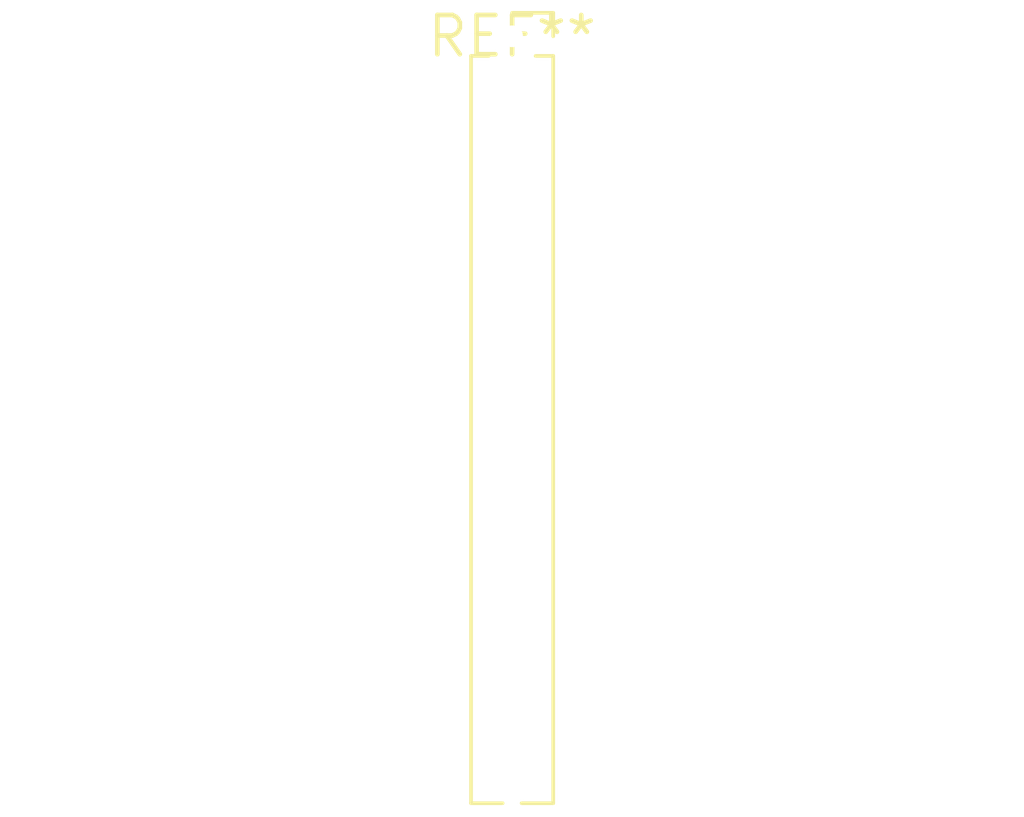
<source format=kicad_pcb>
(kicad_pcb (version 20240108) (generator pcbnew)
  (layers (0 "F.Cu" signal) (31 "B.Cu" signal) (34 "B.Paste" user) (35 "F.Paste" user) (36 "B.SilkS" user "B.Silkscreen") (37 "F.SilkS" user "F.Silkscreen") (38 "B.Mask" user) (39 "F.Mask" user) (44 "Edge.Cuts" user))
  (net 0 "")
  (footprint "PinSocket_1x20_P1.27mm_Vertical" (layer "F.Cu") (at 0 0)
    (property "Reference" "REF**")
    (property "Value" "PinSocket_1x20_P1.27mm_Vertical")
    (fp_line (start -1.33 0.635) (end -1.33 24.825) (layer "F.SilkS") (stroke (width 0.12)))
    (fp_line (start -1.33 0.635) (end -0.76 0.635) (layer "F.SilkS") (stroke (width 0.12)))
    (fp_line (start -1.33 24.825) (end -0.30753 24.825) (layer "F.SilkS") (stroke (width 0.12)))
    (fp_line (start 0 -0.76) (end 1.33 -0.76) (layer "F.SilkS") (stroke (width 0.12)))
    (fp_line (start 0.30753 24.825) (end 1.33 24.825) (layer "F.SilkS") (stroke (width 0.12)))
    (fp_line (start 0.76 0.635) (end 1.33 0.635) (layer "F.SilkS") (stroke (width 0.12)))
    (fp_line (start 1.33 -0.76) (end 1.33 0) (layer "F.SilkS") (stroke (width 0.12)))
    (fp_line (start 1.33 0.635) (end 1.33 24.825) (layer "F.SilkS") (stroke (width 0.12)))
    (pad "1" thru_hole rect (at 0 0) (size 1 1) (drill 0.7) (layers *.Cu *.Mask) (remove_unused_layers))
    (pad "2" thru_hole oval (at 0 1.27) (size 1 1) (drill 0.7) (layers *.Cu *.Mask) (remove_unused_layers))
    (pad "3" thru_hole oval (at 0 2.54) (size 1 1) (drill 0.7) (layers *.Cu *.Mask) (remove_unused_layers))
    (pad "4" thru_hole oval (at 0 3.81) (size 1 1) (drill 0.7) (layers *.Cu *.Mask) (remove_unused_layers))
    (pad "5" thru_hole oval (at 0 5.08) (size 1 1) (drill 0.7) (layers *.Cu *.Mask) (remove_unused_layers))
    (pad "6" thru_hole oval (at 0 6.35) (size 1 1) (drill 0.7) (layers *.Cu *.Mask) (remove_unused_layers))
    (pad "7" thru_hole oval (at 0 7.62) (size 1 1) (drill 0.7) (layers *.Cu *.Mask) (remove_unused_layers))
    (pad "8" thru_hole oval (at 0 8.89) (size 1 1) (drill 0.7) (layers *.Cu *.Mask) (remove_unused_layers))
    (pad "9" thru_hole oval (at 0 10.16) (size 1 1) (drill 0.7) (layers *.Cu *.Mask) (remove_unused_layers))
    (pad "10" thru_hole oval (at 0 11.43) (size 1 1) (drill 0.7) (layers *.Cu *.Mask) (remove_unused_layers))
    (pad "11" thru_hole oval (at 0 12.7) (size 1 1) (drill 0.7) (layers *.Cu *.Mask) (remove_unused_layers))
    (pad "12" thru_hole oval (at 0 13.97) (size 1 1) (drill 0.7) (layers *.Cu *.Mask) (remove_unused_layers))
    (pad "13" thru_hole oval (at 0 15.24) (size 1 1) (drill 0.7) (layers *.Cu *.Mask) (remove_unused_layers))
    (pad "14" thru_hole oval (at 0 16.51) (size 1 1) (drill 0.7) (layers *.Cu *.Mask) (remove_unused_layers))
    (pad "15" thru_hole oval (at 0 17.78) (size 1 1) (drill 0.7) (layers *.Cu *.Mask) (remove_unused_layers))
    (pad "16" thru_hole oval (at 0 19.05) (size 1 1) (drill 0.7) (layers *.Cu *.Mask) (remove_unused_layers))
    (pad "17" thru_hole oval (at 0 20.32) (size 1 1) (drill 0.7) (layers *.Cu *.Mask) (remove_unused_layers))
    (pad "18" thru_hole oval (at 0 21.59) (size 1 1) (drill 0.7) (layers *.Cu *.Mask) (remove_unused_layers))
    (pad "19" thru_hole oval (at 0 22.86) (size 1 1) (drill 0.7) (layers *.Cu *.Mask) (remove_unused_layers))
    (pad "20" thru_hole oval (at 0 24.13) (size 1 1) (drill 0.7) (layers *.Cu *.Mask) (remove_unused_layers))
  )
)
</source>
